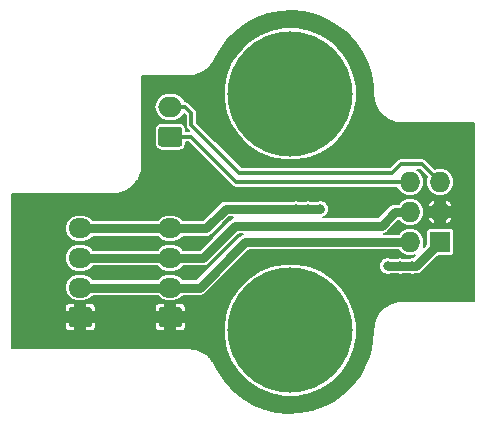
<source format=gbr>
G04 #@! TF.GenerationSoftware,KiCad,Pcbnew,(5.1.4)-1*
G04 #@! TF.CreationDate,2020-03-27T16:02:32-04:00*
G04 #@! TF.ProjectId,RGB_endstop_breakout,5247425f-656e-4647-9374-6f705f627265,rev?*
G04 #@! TF.SameCoordinates,PX8e18f40PY6422c40*
G04 #@! TF.FileFunction,Copper,L1,Top*
G04 #@! TF.FilePolarity,Positive*
%FSLAX46Y46*%
G04 Gerber Fmt 4.6, Leading zero omitted, Abs format (unit mm)*
G04 Created by KiCad (PCBNEW (5.1.4)-1) date 2020-03-27 16:02:32*
%MOMM*%
%LPD*%
G04 APERTURE LIST*
%ADD10O,2.000000X1.700000*%
%ADD11C,0.100000*%
%ADD12C,1.700000*%
%ADD13O,1.950000X1.700000*%
%ADD14O,1.727200X1.727200*%
%ADD15R,1.727200X1.727200*%
%ADD16C,10.600000*%
%ADD17C,0.800000*%
%ADD18C,0.304800*%
%ADD19C,0.762000*%
%ADD20C,0.152400*%
G04 APERTURE END LIST*
D10*
X-10160000Y8890000D03*
D11*
G36*
X-9385496Y7238796D02*
G01*
X-9361227Y7235196D01*
X-9337429Y7229235D01*
X-9314329Y7220970D01*
X-9292151Y7210480D01*
X-9271107Y7197867D01*
X-9251402Y7183253D01*
X-9233223Y7166777D01*
X-9216747Y7148598D01*
X-9202133Y7128893D01*
X-9189520Y7107849D01*
X-9179030Y7085671D01*
X-9170765Y7062571D01*
X-9164804Y7038773D01*
X-9161204Y7014504D01*
X-9160000Y6990000D01*
X-9160000Y5790000D01*
X-9161204Y5765496D01*
X-9164804Y5741227D01*
X-9170765Y5717429D01*
X-9179030Y5694329D01*
X-9189520Y5672151D01*
X-9202133Y5651107D01*
X-9216747Y5631402D01*
X-9233223Y5613223D01*
X-9251402Y5596747D01*
X-9271107Y5582133D01*
X-9292151Y5569520D01*
X-9314329Y5559030D01*
X-9337429Y5550765D01*
X-9361227Y5544804D01*
X-9385496Y5541204D01*
X-9410000Y5540000D01*
X-10910000Y5540000D01*
X-10934504Y5541204D01*
X-10958773Y5544804D01*
X-10982571Y5550765D01*
X-11005671Y5559030D01*
X-11027849Y5569520D01*
X-11048893Y5582133D01*
X-11068598Y5596747D01*
X-11086777Y5613223D01*
X-11103253Y5631402D01*
X-11117867Y5651107D01*
X-11130480Y5672151D01*
X-11140970Y5694329D01*
X-11149235Y5717429D01*
X-11155196Y5741227D01*
X-11158796Y5765496D01*
X-11160000Y5790000D01*
X-11160000Y6990000D01*
X-11158796Y7014504D01*
X-11155196Y7038773D01*
X-11149235Y7062571D01*
X-11140970Y7085671D01*
X-11130480Y7107849D01*
X-11117867Y7128893D01*
X-11103253Y7148598D01*
X-11086777Y7166777D01*
X-11068598Y7183253D01*
X-11048893Y7197867D01*
X-11027849Y7210480D01*
X-11005671Y7220970D01*
X-10982571Y7229235D01*
X-10958773Y7235196D01*
X-10934504Y7238796D01*
X-10910000Y7240000D01*
X-9410000Y7240000D01*
X-9385496Y7238796D01*
X-9385496Y7238796D01*
G37*
D12*
X-10160000Y6390000D03*
D13*
X-10160000Y-1390000D03*
X-10160000Y-3890000D03*
X-10160000Y-6390000D03*
D11*
G36*
X-9410496Y-8041204D02*
G01*
X-9386227Y-8044804D01*
X-9362429Y-8050765D01*
X-9339329Y-8059030D01*
X-9317151Y-8069520D01*
X-9296107Y-8082133D01*
X-9276402Y-8096747D01*
X-9258223Y-8113223D01*
X-9241747Y-8131402D01*
X-9227133Y-8151107D01*
X-9214520Y-8172151D01*
X-9204030Y-8194329D01*
X-9195765Y-8217429D01*
X-9189804Y-8241227D01*
X-9186204Y-8265496D01*
X-9185000Y-8290000D01*
X-9185000Y-9490000D01*
X-9186204Y-9514504D01*
X-9189804Y-9538773D01*
X-9195765Y-9562571D01*
X-9204030Y-9585671D01*
X-9214520Y-9607849D01*
X-9227133Y-9628893D01*
X-9241747Y-9648598D01*
X-9258223Y-9666777D01*
X-9276402Y-9683253D01*
X-9296107Y-9697867D01*
X-9317151Y-9710480D01*
X-9339329Y-9720970D01*
X-9362429Y-9729235D01*
X-9386227Y-9735196D01*
X-9410496Y-9738796D01*
X-9435000Y-9740000D01*
X-10885000Y-9740000D01*
X-10909504Y-9738796D01*
X-10933773Y-9735196D01*
X-10957571Y-9729235D01*
X-10980671Y-9720970D01*
X-11002849Y-9710480D01*
X-11023893Y-9697867D01*
X-11043598Y-9683253D01*
X-11061777Y-9666777D01*
X-11078253Y-9648598D01*
X-11092867Y-9628893D01*
X-11105480Y-9607849D01*
X-11115970Y-9585671D01*
X-11124235Y-9562571D01*
X-11130196Y-9538773D01*
X-11133796Y-9514504D01*
X-11135000Y-9490000D01*
X-11135000Y-8290000D01*
X-11133796Y-8265496D01*
X-11130196Y-8241227D01*
X-11124235Y-8217429D01*
X-11115970Y-8194329D01*
X-11105480Y-8172151D01*
X-11092867Y-8151107D01*
X-11078253Y-8131402D01*
X-11061777Y-8113223D01*
X-11043598Y-8096747D01*
X-11023893Y-8082133D01*
X-11002849Y-8069520D01*
X-10980671Y-8059030D01*
X-10957571Y-8050765D01*
X-10933773Y-8044804D01*
X-10909504Y-8041204D01*
X-10885000Y-8040000D01*
X-9435000Y-8040000D01*
X-9410496Y-8041204D01*
X-9410496Y-8041204D01*
G37*
D12*
X-10160000Y-8890000D03*
D13*
X-17780000Y-1390000D03*
X-17780000Y-3890000D03*
X-17780000Y-6390000D03*
D11*
G36*
X-17030496Y-8041204D02*
G01*
X-17006227Y-8044804D01*
X-16982429Y-8050765D01*
X-16959329Y-8059030D01*
X-16937151Y-8069520D01*
X-16916107Y-8082133D01*
X-16896402Y-8096747D01*
X-16878223Y-8113223D01*
X-16861747Y-8131402D01*
X-16847133Y-8151107D01*
X-16834520Y-8172151D01*
X-16824030Y-8194329D01*
X-16815765Y-8217429D01*
X-16809804Y-8241227D01*
X-16806204Y-8265496D01*
X-16805000Y-8290000D01*
X-16805000Y-9490000D01*
X-16806204Y-9514504D01*
X-16809804Y-9538773D01*
X-16815765Y-9562571D01*
X-16824030Y-9585671D01*
X-16834520Y-9607849D01*
X-16847133Y-9628893D01*
X-16861747Y-9648598D01*
X-16878223Y-9666777D01*
X-16896402Y-9683253D01*
X-16916107Y-9697867D01*
X-16937151Y-9710480D01*
X-16959329Y-9720970D01*
X-16982429Y-9729235D01*
X-17006227Y-9735196D01*
X-17030496Y-9738796D01*
X-17055000Y-9740000D01*
X-18505000Y-9740000D01*
X-18529504Y-9738796D01*
X-18553773Y-9735196D01*
X-18577571Y-9729235D01*
X-18600671Y-9720970D01*
X-18622849Y-9710480D01*
X-18643893Y-9697867D01*
X-18663598Y-9683253D01*
X-18681777Y-9666777D01*
X-18698253Y-9648598D01*
X-18712867Y-9628893D01*
X-18725480Y-9607849D01*
X-18735970Y-9585671D01*
X-18744235Y-9562571D01*
X-18750196Y-9538773D01*
X-18753796Y-9514504D01*
X-18755000Y-9490000D01*
X-18755000Y-8290000D01*
X-18753796Y-8265496D01*
X-18750196Y-8241227D01*
X-18744235Y-8217429D01*
X-18735970Y-8194329D01*
X-18725480Y-8172151D01*
X-18712867Y-8151107D01*
X-18698253Y-8131402D01*
X-18681777Y-8113223D01*
X-18663598Y-8096747D01*
X-18643893Y-8082133D01*
X-18622849Y-8069520D01*
X-18600671Y-8059030D01*
X-18577571Y-8050765D01*
X-18553773Y-8044804D01*
X-18529504Y-8041204D01*
X-18505000Y-8040000D01*
X-17055000Y-8040000D01*
X-17030496Y-8041204D01*
X-17030496Y-8041204D01*
G37*
D12*
X-17780000Y-8890000D03*
D14*
X10160000Y2540000D03*
X12700000Y2540000D03*
X10160000Y0D03*
X12700000Y0D03*
X10160000Y-2540000D03*
D15*
X12700000Y-2540000D03*
D16*
X0Y-10000000D03*
X0Y10000000D03*
D17*
X8255000Y-4572000D03*
X9271000Y-4572000D03*
X10287000Y-4572000D03*
X508000Y254000D03*
X1524000Y254000D03*
X2540000Y254000D03*
D18*
X-8422000Y6390000D02*
X-10160000Y6390000D01*
X10160000Y2540000D02*
X-4572000Y2540000D01*
X-4572000Y2540000D02*
X-8422000Y6390000D01*
X12700000Y2540000D02*
X11176000Y4064000D01*
X11176000Y4064000D02*
X9398000Y4064000D01*
X9398000Y4064000D02*
X8636000Y3302000D01*
X8636000Y3302000D02*
X-4318000Y3302000D01*
X-4318000Y3302000D02*
X-8382000Y7366000D01*
X-8382000Y7366000D02*
X-8382000Y8382000D01*
X-8382000Y8382000D02*
X-8890000Y8890000D01*
X-8890000Y8890000D02*
X-10160000Y8890000D01*
D19*
X-17780000Y-1390000D02*
X-10160000Y-1390000D01*
X10668000Y-4572000D02*
X12700000Y-2540000D01*
X8255000Y-4572000D02*
X9271000Y-4572000D01*
X9271000Y-4572000D02*
X10287000Y-4572000D01*
X10287000Y-4572000D02*
X10668000Y-4572000D01*
X-7105000Y-1390000D02*
X-10160000Y-1390000D01*
X2540000Y254000D02*
X-5461000Y254000D01*
X-5461000Y254000D02*
X-7105000Y-1390000D01*
X-10160000Y-6390000D02*
X-17780000Y-6390000D01*
X10160000Y-2540000D02*
X-3810000Y-2540000D01*
X-7660000Y-6390000D02*
X-10160000Y-6390000D01*
X-3810000Y-2540000D02*
X-7660000Y-6390000D01*
X-10160000Y-3890000D02*
X-17780000Y-3890000D01*
X-7382500Y-3890000D02*
X-10160000Y-3890000D01*
X-4635500Y-1143000D02*
X-7382500Y-3890000D01*
X7747000Y-1143000D02*
X-4635500Y-1143000D01*
X10160000Y0D02*
X8890000Y0D01*
X8890000Y0D02*
X7747000Y-1143000D01*
D20*
G36*
X1170067Y16917879D02*
G01*
X2156458Y16676511D01*
X3097664Y16295284D01*
X3973980Y15782179D01*
X4767050Y15147946D01*
X5460257Y14405872D01*
X6039080Y13571501D01*
X6491393Y12662317D01*
X6807724Y11697354D01*
X6982383Y10691421D01*
X7017443Y9987150D01*
X7017453Y9984344D01*
X7017708Y9981838D01*
X7017998Y9976005D01*
X7019581Y9963109D01*
X7019436Y9942297D01*
X7020094Y9935591D01*
X7060895Y9547399D01*
X7069683Y9504587D01*
X7077886Y9461586D01*
X7079834Y9455136D01*
X7195258Y9082261D01*
X7212206Y9041943D01*
X7228593Y9001383D01*
X7231756Y8995434D01*
X7417407Y8652078D01*
X7441874Y8615805D01*
X7465818Y8579215D01*
X7470077Y8573993D01*
X7718883Y8273238D01*
X7749935Y8242403D01*
X7780523Y8211167D01*
X7785715Y8206872D01*
X8088200Y7960171D01*
X8124610Y7935980D01*
X8160723Y7911253D01*
X8166650Y7908049D01*
X8511291Y7724799D01*
X8551729Y7708131D01*
X8591936Y7690899D01*
X8598373Y7688906D01*
X8972044Y7576089D01*
X9014956Y7567592D01*
X9057736Y7558499D01*
X9064437Y7557794D01*
X9452906Y7519704D01*
X9452910Y7519704D01*
X9476293Y7517401D01*
X15517400Y7517401D01*
X15517401Y-7517400D01*
X9476293Y-7517400D01*
X9454748Y-7519522D01*
X9442297Y-7519435D01*
X9435591Y-7520093D01*
X9047398Y-7560894D01*
X9004580Y-7569683D01*
X8961586Y-7577885D01*
X8955136Y-7579833D01*
X8582260Y-7695256D01*
X8541921Y-7712213D01*
X8501382Y-7728592D01*
X8495437Y-7731753D01*
X8495433Y-7731755D01*
X8495432Y-7731756D01*
X8152078Y-7917407D01*
X8115843Y-7941848D01*
X8079215Y-7965816D01*
X8073994Y-7970075D01*
X7773238Y-8218882D01*
X7742402Y-8249934D01*
X7711166Y-8280523D01*
X7706871Y-8285714D01*
X7460170Y-8588199D01*
X7435957Y-8624643D01*
X7411252Y-8660723D01*
X7408047Y-8666650D01*
X7224797Y-9011292D01*
X7208123Y-9051747D01*
X7190898Y-9091936D01*
X7188905Y-9098373D01*
X7076087Y-9472045D01*
X7067586Y-9514980D01*
X7058498Y-9557736D01*
X7057793Y-9564437D01*
X7019703Y-9952906D01*
X7019703Y-9956622D01*
X7018665Y-9965075D01*
X6942642Y-11012821D01*
X6723718Y-12004424D01*
X6363941Y-12954041D01*
X5870850Y-13841774D01*
X5254776Y-14649024D01*
X4528615Y-15358893D01*
X3707593Y-15956497D01*
X2808901Y-16429322D01*
X1851372Y-16767461D01*
X855048Y-16963834D01*
X-159179Y-17014326D01*
X-1170066Y-16917878D01*
X-2156457Y-16676510D01*
X-3097663Y-16295283D01*
X-3973979Y-15782179D01*
X-4767049Y-15147945D01*
X-5460256Y-14405871D01*
X-6042215Y-13566980D01*
X-6375679Y-12933185D01*
X-6378015Y-12929432D01*
X-6379261Y-12926504D01*
X-6382533Y-12920614D01*
X-6538530Y-12644333D01*
X-6561125Y-12612125D01*
X-6582661Y-12579214D01*
X-6586920Y-12573992D01*
X-6835727Y-12273237D01*
X-6866760Y-12242420D01*
X-6897367Y-12211165D01*
X-6902559Y-12206870D01*
X-7205045Y-11960169D01*
X-7241482Y-11935961D01*
X-7277568Y-11911252D01*
X-7283495Y-11908047D01*
X-7628137Y-11724798D01*
X-7668558Y-11708138D01*
X-7708779Y-11690899D01*
X-7715215Y-11688907D01*
X-8088888Y-11576088D01*
X-8131785Y-11567594D01*
X-8174581Y-11558497D01*
X-8181278Y-11557793D01*
X-8181282Y-11557793D01*
X-8569751Y-11519704D01*
X-8569753Y-11519704D01*
X-8593136Y-11517401D01*
X-23517401Y-11517401D01*
X-23517401Y-9740000D01*
X-19086798Y-9740000D01*
X-19080423Y-9804731D01*
X-19061541Y-9866974D01*
X-19030880Y-9924337D01*
X-18989617Y-9974617D01*
X-18939337Y-10015880D01*
X-18881974Y-10046541D01*
X-18819731Y-10065423D01*
X-18755000Y-10071798D01*
X-18294350Y-10070200D01*
X-18211800Y-9987650D01*
X-18211800Y-9321800D01*
X-17348200Y-9321800D01*
X-17348200Y-9987650D01*
X-17265650Y-10070200D01*
X-16805000Y-10071798D01*
X-16740269Y-10065423D01*
X-16678026Y-10046541D01*
X-16620663Y-10015880D01*
X-16570383Y-9974617D01*
X-16529120Y-9924337D01*
X-16498459Y-9866974D01*
X-16479577Y-9804731D01*
X-16473202Y-9740000D01*
X-11466798Y-9740000D01*
X-11460423Y-9804731D01*
X-11441541Y-9866974D01*
X-11410880Y-9924337D01*
X-11369617Y-9974617D01*
X-11319337Y-10015880D01*
X-11261974Y-10046541D01*
X-11199731Y-10065423D01*
X-11135000Y-10071798D01*
X-10674350Y-10070200D01*
X-10591800Y-9987650D01*
X-10591800Y-9321800D01*
X-9728200Y-9321800D01*
X-9728200Y-9987650D01*
X-9645650Y-10070200D01*
X-9185000Y-10071798D01*
X-9120269Y-10065423D01*
X-9058026Y-10046541D01*
X-9000663Y-10015880D01*
X-8950383Y-9974617D01*
X-8909120Y-9924337D01*
X-8878459Y-9866974D01*
X-8859577Y-9804731D01*
X-8853202Y-9740000D01*
X-8854604Y-9445474D01*
X-5630200Y-9445474D01*
X-5630200Y-10554526D01*
X-5413834Y-11642269D01*
X-4989418Y-12666900D01*
X-4373262Y-13589043D01*
X-3589043Y-14373262D01*
X-2666900Y-14989418D01*
X-1642269Y-15413834D01*
X-554526Y-15630200D01*
X554526Y-15630200D01*
X1642269Y-15413834D01*
X2666900Y-14989418D01*
X3589043Y-14373262D01*
X4373262Y-13589043D01*
X4989418Y-12666900D01*
X5413834Y-11642269D01*
X5630200Y-10554526D01*
X5630200Y-9445474D01*
X5413834Y-8357731D01*
X4989418Y-7333100D01*
X4373262Y-6410957D01*
X3589043Y-5626738D01*
X2666900Y-5010582D01*
X1642269Y-4586166D01*
X554526Y-4369800D01*
X-554526Y-4369800D01*
X-1642269Y-4586166D01*
X-2666900Y-5010582D01*
X-3589043Y-5626738D01*
X-4373262Y-6410957D01*
X-4989418Y-7333100D01*
X-5413834Y-8357731D01*
X-5630200Y-9445474D01*
X-8854604Y-9445474D01*
X-8854800Y-9404350D01*
X-8937350Y-9321800D01*
X-9728200Y-9321800D01*
X-10591800Y-9321800D01*
X-11382650Y-9321800D01*
X-11465200Y-9404350D01*
X-11466798Y-9740000D01*
X-16473202Y-9740000D01*
X-16474800Y-9404350D01*
X-16557350Y-9321800D01*
X-17348200Y-9321800D01*
X-18211800Y-9321800D01*
X-19002650Y-9321800D01*
X-19085200Y-9404350D01*
X-19086798Y-9740000D01*
X-23517401Y-9740000D01*
X-23517401Y-8040000D01*
X-19086798Y-8040000D01*
X-19085200Y-8375650D01*
X-19002650Y-8458200D01*
X-18211800Y-8458200D01*
X-18211800Y-7792350D01*
X-17348200Y-7792350D01*
X-17348200Y-8458200D01*
X-16557350Y-8458200D01*
X-16474800Y-8375650D01*
X-16473202Y-8040000D01*
X-11466798Y-8040000D01*
X-11465200Y-8375650D01*
X-11382650Y-8458200D01*
X-10591800Y-8458200D01*
X-10591800Y-7792350D01*
X-9728200Y-7792350D01*
X-9728200Y-8458200D01*
X-8937350Y-8458200D01*
X-8854800Y-8375650D01*
X-8853202Y-8040000D01*
X-8859577Y-7975269D01*
X-8878459Y-7913026D01*
X-8909120Y-7855663D01*
X-8950383Y-7805383D01*
X-9000663Y-7764120D01*
X-9058026Y-7733459D01*
X-9120269Y-7714577D01*
X-9185000Y-7708202D01*
X-9645650Y-7709800D01*
X-9728200Y-7792350D01*
X-10591800Y-7792350D01*
X-10674350Y-7709800D01*
X-11135000Y-7708202D01*
X-11199731Y-7714577D01*
X-11261974Y-7733459D01*
X-11319337Y-7764120D01*
X-11369617Y-7805383D01*
X-11410880Y-7855663D01*
X-11441541Y-7913026D01*
X-11460423Y-7975269D01*
X-11466798Y-8040000D01*
X-16473202Y-8040000D01*
X-16479577Y-7975269D01*
X-16498459Y-7913026D01*
X-16529120Y-7855663D01*
X-16570383Y-7805383D01*
X-16620663Y-7764120D01*
X-16678026Y-7733459D01*
X-16740269Y-7714577D01*
X-16805000Y-7708202D01*
X-17265650Y-7709800D01*
X-17348200Y-7792350D01*
X-18211800Y-7792350D01*
X-18294350Y-7709800D01*
X-18755000Y-7708202D01*
X-18819731Y-7714577D01*
X-18881974Y-7733459D01*
X-18939337Y-7764120D01*
X-18989617Y-7805383D01*
X-19030880Y-7855663D01*
X-19061541Y-7913026D01*
X-19080423Y-7975269D01*
X-19086798Y-8040000D01*
X-23517401Y-8040000D01*
X-23517401Y-1390000D01*
X-19090910Y-1390000D01*
X-19068123Y-1621360D01*
X-19000638Y-1843828D01*
X-18891048Y-2048856D01*
X-18743565Y-2228565D01*
X-18563856Y-2376048D01*
X-18358828Y-2485638D01*
X-18136360Y-2553123D01*
X-17962975Y-2570200D01*
X-17597025Y-2570200D01*
X-17423640Y-2553123D01*
X-17201172Y-2485638D01*
X-16996144Y-2376048D01*
X-16816435Y-2228565D01*
X-16711910Y-2101200D01*
X-11228090Y-2101200D01*
X-11123565Y-2228565D01*
X-10943856Y-2376048D01*
X-10738828Y-2485638D01*
X-10516360Y-2553123D01*
X-10342975Y-2570200D01*
X-9977025Y-2570200D01*
X-9803640Y-2553123D01*
X-9581172Y-2485638D01*
X-9376144Y-2376048D01*
X-9196435Y-2228565D01*
X-9091910Y-2101200D01*
X-7139926Y-2101200D01*
X-7105000Y-2104640D01*
X-7070074Y-2101200D01*
X-7070064Y-2101200D01*
X-6965580Y-2090909D01*
X-6831519Y-2050242D01*
X-6707967Y-1984202D01*
X-6599673Y-1895327D01*
X-6577398Y-1868185D01*
X-5166412Y-457200D01*
X-4824728Y-457200D01*
X-4908982Y-482758D01*
X-5032533Y-548798D01*
X-5113691Y-615402D01*
X-5113696Y-615407D01*
X-5140827Y-637673D01*
X-5163093Y-664804D01*
X-7677087Y-3178800D01*
X-9091910Y-3178800D01*
X-9196435Y-3051435D01*
X-9376144Y-2903952D01*
X-9581172Y-2794362D01*
X-9803640Y-2726877D01*
X-9977025Y-2709800D01*
X-10342975Y-2709800D01*
X-10516360Y-2726877D01*
X-10738828Y-2794362D01*
X-10943856Y-2903952D01*
X-11123565Y-3051435D01*
X-11228090Y-3178800D01*
X-16711910Y-3178800D01*
X-16816435Y-3051435D01*
X-16996144Y-2903952D01*
X-17201172Y-2794362D01*
X-17423640Y-2726877D01*
X-17597025Y-2709800D01*
X-17962975Y-2709800D01*
X-18136360Y-2726877D01*
X-18358828Y-2794362D01*
X-18563856Y-2903952D01*
X-18743565Y-3051435D01*
X-18891048Y-3231144D01*
X-19000638Y-3436172D01*
X-19068123Y-3658640D01*
X-19090910Y-3890000D01*
X-19068123Y-4121360D01*
X-19000638Y-4343828D01*
X-18891048Y-4548856D01*
X-18743565Y-4728565D01*
X-18563856Y-4876048D01*
X-18358828Y-4985638D01*
X-18136360Y-5053123D01*
X-17962975Y-5070200D01*
X-17597025Y-5070200D01*
X-17423640Y-5053123D01*
X-17201172Y-4985638D01*
X-16996144Y-4876048D01*
X-16816435Y-4728565D01*
X-16711910Y-4601200D01*
X-11228090Y-4601200D01*
X-11123565Y-4728565D01*
X-10943856Y-4876048D01*
X-10738828Y-4985638D01*
X-10516360Y-5053123D01*
X-10342975Y-5070200D01*
X-9977025Y-5070200D01*
X-9803640Y-5053123D01*
X-9581172Y-4985638D01*
X-9376144Y-4876048D01*
X-9196435Y-4728565D01*
X-9091910Y-4601200D01*
X-7417426Y-4601200D01*
X-7382500Y-4604640D01*
X-7347574Y-4601200D01*
X-7347564Y-4601200D01*
X-7243080Y-4590909D01*
X-7109019Y-4550242D01*
X-6985467Y-4484202D01*
X-6877173Y-4395327D01*
X-6854898Y-4368185D01*
X-4340911Y-1854200D01*
X-3999228Y-1854200D01*
X-4083481Y-1879758D01*
X-4207033Y-1945798D01*
X-4288192Y-2012403D01*
X-4288196Y-2012407D01*
X-4315327Y-2034673D01*
X-4337593Y-2061804D01*
X-7954587Y-5678800D01*
X-9091910Y-5678800D01*
X-9196435Y-5551435D01*
X-9376144Y-5403952D01*
X-9581172Y-5294362D01*
X-9803640Y-5226877D01*
X-9977025Y-5209800D01*
X-10342975Y-5209800D01*
X-10516360Y-5226877D01*
X-10738828Y-5294362D01*
X-10943856Y-5403952D01*
X-11123565Y-5551435D01*
X-11228090Y-5678800D01*
X-16711910Y-5678800D01*
X-16816435Y-5551435D01*
X-16996144Y-5403952D01*
X-17201172Y-5294362D01*
X-17423640Y-5226877D01*
X-17597025Y-5209800D01*
X-17962975Y-5209800D01*
X-18136360Y-5226877D01*
X-18358828Y-5294362D01*
X-18563856Y-5403952D01*
X-18743565Y-5551435D01*
X-18891048Y-5731144D01*
X-19000638Y-5936172D01*
X-19068123Y-6158640D01*
X-19090910Y-6390000D01*
X-19068123Y-6621360D01*
X-19000638Y-6843828D01*
X-18891048Y-7048856D01*
X-18743565Y-7228565D01*
X-18563856Y-7376048D01*
X-18358828Y-7485638D01*
X-18136360Y-7553123D01*
X-17962975Y-7570200D01*
X-17597025Y-7570200D01*
X-17423640Y-7553123D01*
X-17201172Y-7485638D01*
X-16996144Y-7376048D01*
X-16816435Y-7228565D01*
X-16711910Y-7101200D01*
X-11228090Y-7101200D01*
X-11123565Y-7228565D01*
X-10943856Y-7376048D01*
X-10738828Y-7485638D01*
X-10516360Y-7553123D01*
X-10342975Y-7570200D01*
X-9977025Y-7570200D01*
X-9803640Y-7553123D01*
X-9581172Y-7485638D01*
X-9376144Y-7376048D01*
X-9196435Y-7228565D01*
X-9091910Y-7101200D01*
X-7694926Y-7101200D01*
X-7660000Y-7104640D01*
X-7625074Y-7101200D01*
X-7625064Y-7101200D01*
X-7520580Y-7090909D01*
X-7386519Y-7050242D01*
X-7262967Y-6984202D01*
X-7154673Y-6895327D01*
X-7132398Y-6868185D01*
X-3515411Y-3251200D01*
X9199315Y-3251200D01*
X9311772Y-3388228D01*
X9493551Y-3537411D01*
X9700942Y-3648264D01*
X9925974Y-3716526D01*
X10101356Y-3733800D01*
X10218644Y-3733800D01*
X10394026Y-3716526D01*
X10571532Y-3662681D01*
X10386856Y-3847357D01*
X10358918Y-3841800D01*
X10215082Y-3841800D01*
X10119562Y-3860800D01*
X9438438Y-3860800D01*
X9342918Y-3841800D01*
X9199082Y-3841800D01*
X9103562Y-3860800D01*
X8422438Y-3860800D01*
X8326918Y-3841800D01*
X8183082Y-3841800D01*
X8042009Y-3869861D01*
X7909121Y-3924905D01*
X7789525Y-4004817D01*
X7687817Y-4106525D01*
X7607905Y-4226121D01*
X7552861Y-4359009D01*
X7524800Y-4500082D01*
X7524800Y-4643918D01*
X7552861Y-4784991D01*
X7607905Y-4917879D01*
X7687817Y-5037475D01*
X7789525Y-5139183D01*
X7909121Y-5219095D01*
X8042009Y-5274139D01*
X8183082Y-5302200D01*
X8326918Y-5302200D01*
X8422438Y-5283200D01*
X9103562Y-5283200D01*
X9199082Y-5302200D01*
X9342918Y-5302200D01*
X9438438Y-5283200D01*
X10119562Y-5283200D01*
X10215082Y-5302200D01*
X10358918Y-5302200D01*
X10454438Y-5283200D01*
X10633074Y-5283200D01*
X10668000Y-5286640D01*
X10702926Y-5283200D01*
X10702936Y-5283200D01*
X10807420Y-5272909D01*
X10941481Y-5232242D01*
X11065033Y-5166202D01*
X11173327Y-5077327D01*
X11195602Y-5050185D01*
X12510391Y-3735397D01*
X13563600Y-3735397D01*
X13628330Y-3729022D01*
X13690573Y-3710140D01*
X13747937Y-3679479D01*
X13798216Y-3638216D01*
X13839479Y-3587937D01*
X13870140Y-3530573D01*
X13889022Y-3468330D01*
X13895397Y-3403600D01*
X13895397Y-1676400D01*
X13889022Y-1611670D01*
X13870140Y-1549427D01*
X13839479Y-1492063D01*
X13798216Y-1441784D01*
X13747937Y-1400521D01*
X13690573Y-1369860D01*
X13628330Y-1350978D01*
X13563600Y-1344603D01*
X11836400Y-1344603D01*
X11771670Y-1350978D01*
X11709427Y-1369860D01*
X11652063Y-1400521D01*
X11601784Y-1441784D01*
X11560521Y-1492063D01*
X11529860Y-1549427D01*
X11510978Y-1611670D01*
X11504603Y-1676400D01*
X11504603Y-2729609D01*
X11282681Y-2951532D01*
X11336526Y-2774026D01*
X11359576Y-2540000D01*
X11336526Y-2305974D01*
X11268264Y-2080942D01*
X11157411Y-1873551D01*
X11008228Y-1691772D01*
X10826449Y-1542589D01*
X10619058Y-1431736D01*
X10394026Y-1363474D01*
X10218644Y-1346200D01*
X10101356Y-1346200D01*
X9925974Y-1363474D01*
X9700942Y-1431736D01*
X9493551Y-1542589D01*
X9311772Y-1691772D01*
X9199315Y-1828800D01*
X7936228Y-1828800D01*
X8020481Y-1803242D01*
X8144033Y-1737202D01*
X8252327Y-1648327D01*
X8274602Y-1621185D01*
X9184588Y-711200D01*
X9199315Y-711200D01*
X9311772Y-848228D01*
X9493551Y-997411D01*
X9700942Y-1108264D01*
X9925974Y-1176526D01*
X10101356Y-1193800D01*
X10218644Y-1193800D01*
X10394026Y-1176526D01*
X10619058Y-1108264D01*
X10826449Y-997411D01*
X11008228Y-848228D01*
X11157411Y-666449D01*
X11192612Y-600591D01*
X11668279Y-600591D01*
X11750292Y-723369D01*
X11909663Y-894748D01*
X12099406Y-1031743D01*
X12268200Y-1030444D01*
X12268200Y-431800D01*
X13131800Y-431800D01*
X13131800Y-1030444D01*
X13300594Y-1031743D01*
X13490337Y-894748D01*
X13649708Y-723369D01*
X13731721Y-600591D01*
X13723926Y-431800D01*
X13131800Y-431800D01*
X12268200Y-431800D01*
X11676074Y-431800D01*
X11668279Y-600591D01*
X11192612Y-600591D01*
X11268264Y-459058D01*
X11336526Y-234026D01*
X11359576Y0D01*
X11336526Y234026D01*
X11268264Y459058D01*
X11192613Y600591D01*
X11668279Y600591D01*
X11676074Y431800D01*
X12268200Y431800D01*
X12268200Y1030444D01*
X13131800Y1030444D01*
X13131800Y431800D01*
X13723926Y431800D01*
X13731721Y600591D01*
X13649708Y723369D01*
X13490337Y894748D01*
X13300594Y1031743D01*
X13131800Y1030444D01*
X12268200Y1030444D01*
X12099406Y1031743D01*
X11909663Y894748D01*
X11750292Y723369D01*
X11668279Y600591D01*
X11192613Y600591D01*
X11157411Y666449D01*
X11008228Y848228D01*
X10826449Y997411D01*
X10619058Y1108264D01*
X10394026Y1176526D01*
X10218644Y1193800D01*
X10101356Y1193800D01*
X9925974Y1176526D01*
X9700942Y1108264D01*
X9493551Y997411D01*
X9311772Y848228D01*
X9199315Y711200D01*
X8924925Y711200D01*
X8889999Y714640D01*
X8855073Y711200D01*
X8855064Y711200D01*
X8750580Y700909D01*
X8616519Y660242D01*
X8492967Y594202D01*
X8384673Y505327D01*
X8362403Y478191D01*
X7452413Y-431800D01*
X2792437Y-431800D01*
X2885879Y-393095D01*
X3005475Y-313183D01*
X3107183Y-211475D01*
X3187095Y-91879D01*
X3242139Y41009D01*
X3270200Y182082D01*
X3270200Y325918D01*
X3242139Y466991D01*
X3187095Y599879D01*
X3107183Y719475D01*
X3005475Y821183D01*
X2885879Y901095D01*
X2752991Y956139D01*
X2611918Y984200D01*
X2468082Y984200D01*
X2372562Y965200D01*
X1691438Y965200D01*
X1595918Y984200D01*
X1452082Y984200D01*
X1356562Y965200D01*
X675438Y965200D01*
X579918Y984200D01*
X436082Y984200D01*
X340562Y965200D01*
X-5426075Y965200D01*
X-5461001Y968640D01*
X-5495927Y965200D01*
X-5495936Y965200D01*
X-5600420Y954909D01*
X-5734481Y914242D01*
X-5858033Y848202D01*
X-5966327Y759327D01*
X-5988597Y732191D01*
X-7399587Y-678800D01*
X-9091910Y-678800D01*
X-9196435Y-551435D01*
X-9376144Y-403952D01*
X-9581172Y-294362D01*
X-9803640Y-226877D01*
X-9977025Y-209800D01*
X-10342975Y-209800D01*
X-10516360Y-226877D01*
X-10738828Y-294362D01*
X-10943856Y-403952D01*
X-11123565Y-551435D01*
X-11228090Y-678800D01*
X-16711910Y-678800D01*
X-16816435Y-551435D01*
X-16996144Y-403952D01*
X-17201172Y-294362D01*
X-17423640Y-226877D01*
X-17597025Y-209800D01*
X-17962975Y-209800D01*
X-18136360Y-226877D01*
X-18358828Y-294362D01*
X-18563856Y-403952D01*
X-18743565Y-551435D01*
X-18891048Y-731144D01*
X-19000638Y-936172D01*
X-19068123Y-1158640D01*
X-19090910Y-1390000D01*
X-23517401Y-1390000D01*
X-23517401Y1517400D01*
X-14976293Y1517400D01*
X-14954748Y1519522D01*
X-14942297Y1519435D01*
X-14935591Y1520093D01*
X-14547399Y1560894D01*
X-14504587Y1569682D01*
X-14461586Y1577885D01*
X-14455136Y1579833D01*
X-14082261Y1695257D01*
X-14041943Y1712205D01*
X-14001383Y1728592D01*
X-13995434Y1731755D01*
X-13652078Y1917406D01*
X-13615805Y1941873D01*
X-13579215Y1965817D01*
X-13573993Y1970076D01*
X-13273238Y2218882D01*
X-13242403Y2249934D01*
X-13211167Y2280522D01*
X-13206872Y2285714D01*
X-12960171Y2588199D01*
X-12935980Y2624609D01*
X-12911253Y2660722D01*
X-12908049Y2666649D01*
X-12724799Y3011290D01*
X-12708131Y3051728D01*
X-12690899Y3091935D01*
X-12688906Y3098372D01*
X-12576089Y3472043D01*
X-12567592Y3514955D01*
X-12558499Y3557735D01*
X-12557794Y3564436D01*
X-12519704Y3952905D01*
X-12519704Y3952909D01*
X-12517401Y3976292D01*
X-12517401Y8890000D01*
X-11495910Y8890000D01*
X-11473123Y8658640D01*
X-11405638Y8436172D01*
X-11296048Y8231144D01*
X-11148565Y8051435D01*
X-10968856Y7903952D01*
X-10763828Y7794362D01*
X-10541360Y7726877D01*
X-10367975Y7709800D01*
X-9952025Y7709800D01*
X-9778640Y7726877D01*
X-9556172Y7794362D01*
X-9351144Y7903952D01*
X-9171435Y8051435D01*
X-9023952Y8231144D01*
X-8985528Y8303029D01*
X-8864599Y8182100D01*
X-8864600Y7389705D01*
X-8866935Y7366000D01*
X-8864600Y7342295D01*
X-8864600Y7342294D01*
X-8857617Y7271395D01*
X-8830022Y7180424D01*
X-8785209Y7096585D01*
X-8724901Y7023099D01*
X-8706482Y7007983D01*
X-8571099Y6872600D01*
X-8828203Y6872600D01*
X-8828203Y6990000D01*
X-8839382Y7103503D01*
X-8872490Y7212644D01*
X-8926253Y7313229D01*
X-8998607Y7401393D01*
X-9086771Y7473747D01*
X-9187356Y7527510D01*
X-9296497Y7560618D01*
X-9410000Y7571797D01*
X-10910000Y7571797D01*
X-11023503Y7560618D01*
X-11132644Y7527510D01*
X-11233229Y7473747D01*
X-11321393Y7401393D01*
X-11393747Y7313229D01*
X-11447510Y7212644D01*
X-11480618Y7103503D01*
X-11491797Y6990000D01*
X-11491797Y5790000D01*
X-11480618Y5676497D01*
X-11447510Y5567356D01*
X-11393747Y5466771D01*
X-11321393Y5378607D01*
X-11233229Y5306253D01*
X-11132644Y5252490D01*
X-11023503Y5219382D01*
X-10910000Y5208203D01*
X-9410000Y5208203D01*
X-9296497Y5219382D01*
X-9187356Y5252490D01*
X-9086771Y5306253D01*
X-8998607Y5378607D01*
X-8926253Y5466771D01*
X-8872490Y5567356D01*
X-8839382Y5676497D01*
X-8828203Y5790000D01*
X-8828203Y5907400D01*
X-8621899Y5907400D01*
X-4930017Y2215518D01*
X-4914901Y2197099D01*
X-4841415Y2136791D01*
X-4757577Y2091978D01*
X-4666606Y2064383D01*
X-4595707Y2057400D01*
X-4595706Y2057400D01*
X-4572001Y2055065D01*
X-4548296Y2057400D01*
X9064319Y2057400D01*
X9162589Y1873551D01*
X9311772Y1691772D01*
X9493551Y1542589D01*
X9700942Y1431736D01*
X9925974Y1363474D01*
X10101356Y1346200D01*
X10218644Y1346200D01*
X10394026Y1363474D01*
X10619058Y1431736D01*
X10826449Y1542589D01*
X11008228Y1691772D01*
X11157411Y1873551D01*
X11268264Y2080942D01*
X11336526Y2305974D01*
X11359576Y2540000D01*
X11336526Y2774026D01*
X11268264Y2999058D01*
X11157411Y3206449D01*
X11008228Y3388228D01*
X10826449Y3537411D01*
X10744152Y3581400D01*
X10976101Y3581400D01*
X11583987Y2973514D01*
X11523474Y2774026D01*
X11500424Y2540000D01*
X11523474Y2305974D01*
X11591736Y2080942D01*
X11702589Y1873551D01*
X11851772Y1691772D01*
X12033551Y1542589D01*
X12240942Y1431736D01*
X12465974Y1363474D01*
X12641356Y1346200D01*
X12758644Y1346200D01*
X12934026Y1363474D01*
X13159058Y1431736D01*
X13366449Y1542589D01*
X13548228Y1691772D01*
X13697411Y1873551D01*
X13808264Y2080942D01*
X13876526Y2305974D01*
X13899576Y2540000D01*
X13876526Y2774026D01*
X13808264Y2999058D01*
X13697411Y3206449D01*
X13548228Y3388228D01*
X13366449Y3537411D01*
X13159058Y3648264D01*
X12934026Y3716526D01*
X12758644Y3733800D01*
X12641356Y3733800D01*
X12465974Y3716526D01*
X12266486Y3656013D01*
X11534017Y4388482D01*
X11518901Y4406901D01*
X11445415Y4467209D01*
X11361577Y4512022D01*
X11270606Y4539617D01*
X11199707Y4546600D01*
X11199705Y4546600D01*
X11176000Y4548935D01*
X11152295Y4546600D01*
X9421707Y4546600D01*
X9398000Y4548935D01*
X9303393Y4539617D01*
X9212423Y4512022D01*
X9128585Y4467209D01*
X9055099Y4406901D01*
X9039987Y4388487D01*
X8436101Y3784600D01*
X-4118100Y3784600D01*
X-7899400Y7565899D01*
X-7899400Y8358304D01*
X-7897066Y8382001D01*
X-7899400Y8405698D01*
X-7899400Y8405707D01*
X-7906383Y8476606D01*
X-7933978Y8567577D01*
X-7978791Y8651415D01*
X-8039099Y8724901D01*
X-8057518Y8740017D01*
X-8531983Y9214482D01*
X-8547099Y9232901D01*
X-8620585Y9293209D01*
X-8704423Y9338022D01*
X-8795394Y9365617D01*
X-8866293Y9372600D01*
X-8866295Y9372600D01*
X-8890000Y9374935D01*
X-8913705Y9372600D01*
X-8929741Y9372600D01*
X-9023952Y9548856D01*
X-9171435Y9728565D01*
X-9351144Y9876048D01*
X-9556172Y9985638D01*
X-9778640Y10053123D01*
X-9952025Y10070200D01*
X-10367975Y10070200D01*
X-10541360Y10053123D01*
X-10763828Y9985638D01*
X-10968856Y9876048D01*
X-11148565Y9728565D01*
X-11296048Y9548856D01*
X-11405638Y9343828D01*
X-11473123Y9121360D01*
X-11495910Y8890000D01*
X-12517401Y8890000D01*
X-12517401Y10554526D01*
X-5630200Y10554526D01*
X-5630200Y9445474D01*
X-5413834Y8357731D01*
X-4989418Y7333100D01*
X-4373262Y6410957D01*
X-3589043Y5626738D01*
X-2666900Y5010582D01*
X-1642269Y4586166D01*
X-554526Y4369800D01*
X554526Y4369800D01*
X1642269Y4586166D01*
X2666900Y5010582D01*
X3589043Y5626738D01*
X4373262Y6410957D01*
X4989418Y7333100D01*
X5413834Y8357731D01*
X5630200Y9445474D01*
X5630200Y10554526D01*
X5413834Y11642269D01*
X4989418Y12666900D01*
X4373262Y13589043D01*
X3589043Y14373262D01*
X2666900Y14989418D01*
X1642269Y15413834D01*
X554526Y15630200D01*
X-554526Y15630200D01*
X-1642269Y15413834D01*
X-2666900Y14989418D01*
X-3589043Y14373262D01*
X-4373262Y13589043D01*
X-4989418Y12666900D01*
X-5413834Y11642269D01*
X-5630200Y10554526D01*
X-12517401Y10554526D01*
X-12517401Y11517401D01*
X-8593136Y11517401D01*
X-8574084Y11519278D01*
X-8262284Y11544088D01*
X-8223583Y11551016D01*
X-8184637Y11556697D01*
X-8178108Y11558361D01*
X-7800551Y11657405D01*
X-7759529Y11672579D01*
X-7718297Y11687179D01*
X-7712215Y11690079D01*
X-7361086Y11860571D01*
X-7323791Y11883424D01*
X-7286181Y11905754D01*
X-7280783Y11909778D01*
X-7280777Y11909781D01*
X-7280772Y11909785D01*
X-6969451Y12145226D01*
X-6937300Y12174893D01*
X-6904748Y12204099D01*
X-6900230Y12209099D01*
X-6640564Y12500531D01*
X-6614802Y12535858D01*
X-6588528Y12570850D01*
X-6585068Y12576632D01*
X-6386954Y12912949D01*
X-6385443Y12916204D01*
X-6380944Y12923432D01*
X-5870848Y13841779D01*
X-5254774Y14649029D01*
X-4528616Y15358895D01*
X-3707593Y15956498D01*
X-2808901Y16429323D01*
X-1851372Y16767462D01*
X-855048Y16963835D01*
X159179Y17014327D01*
X1170067Y16917879D01*
X1170067Y16917879D01*
G37*
X1170067Y16917879D02*
X2156458Y16676511D01*
X3097664Y16295284D01*
X3973980Y15782179D01*
X4767050Y15147946D01*
X5460257Y14405872D01*
X6039080Y13571501D01*
X6491393Y12662317D01*
X6807724Y11697354D01*
X6982383Y10691421D01*
X7017443Y9987150D01*
X7017453Y9984344D01*
X7017708Y9981838D01*
X7017998Y9976005D01*
X7019581Y9963109D01*
X7019436Y9942297D01*
X7020094Y9935591D01*
X7060895Y9547399D01*
X7069683Y9504587D01*
X7077886Y9461586D01*
X7079834Y9455136D01*
X7195258Y9082261D01*
X7212206Y9041943D01*
X7228593Y9001383D01*
X7231756Y8995434D01*
X7417407Y8652078D01*
X7441874Y8615805D01*
X7465818Y8579215D01*
X7470077Y8573993D01*
X7718883Y8273238D01*
X7749935Y8242403D01*
X7780523Y8211167D01*
X7785715Y8206872D01*
X8088200Y7960171D01*
X8124610Y7935980D01*
X8160723Y7911253D01*
X8166650Y7908049D01*
X8511291Y7724799D01*
X8551729Y7708131D01*
X8591936Y7690899D01*
X8598373Y7688906D01*
X8972044Y7576089D01*
X9014956Y7567592D01*
X9057736Y7558499D01*
X9064437Y7557794D01*
X9452906Y7519704D01*
X9452910Y7519704D01*
X9476293Y7517401D01*
X15517400Y7517401D01*
X15517401Y-7517400D01*
X9476293Y-7517400D01*
X9454748Y-7519522D01*
X9442297Y-7519435D01*
X9435591Y-7520093D01*
X9047398Y-7560894D01*
X9004580Y-7569683D01*
X8961586Y-7577885D01*
X8955136Y-7579833D01*
X8582260Y-7695256D01*
X8541921Y-7712213D01*
X8501382Y-7728592D01*
X8495437Y-7731753D01*
X8495433Y-7731755D01*
X8495432Y-7731756D01*
X8152078Y-7917407D01*
X8115843Y-7941848D01*
X8079215Y-7965816D01*
X8073994Y-7970075D01*
X7773238Y-8218882D01*
X7742402Y-8249934D01*
X7711166Y-8280523D01*
X7706871Y-8285714D01*
X7460170Y-8588199D01*
X7435957Y-8624643D01*
X7411252Y-8660723D01*
X7408047Y-8666650D01*
X7224797Y-9011292D01*
X7208123Y-9051747D01*
X7190898Y-9091936D01*
X7188905Y-9098373D01*
X7076087Y-9472045D01*
X7067586Y-9514980D01*
X7058498Y-9557736D01*
X7057793Y-9564437D01*
X7019703Y-9952906D01*
X7019703Y-9956622D01*
X7018665Y-9965075D01*
X6942642Y-11012821D01*
X6723718Y-12004424D01*
X6363941Y-12954041D01*
X5870850Y-13841774D01*
X5254776Y-14649024D01*
X4528615Y-15358893D01*
X3707593Y-15956497D01*
X2808901Y-16429322D01*
X1851372Y-16767461D01*
X855048Y-16963834D01*
X-159179Y-17014326D01*
X-1170066Y-16917878D01*
X-2156457Y-16676510D01*
X-3097663Y-16295283D01*
X-3973979Y-15782179D01*
X-4767049Y-15147945D01*
X-5460256Y-14405871D01*
X-6042215Y-13566980D01*
X-6375679Y-12933185D01*
X-6378015Y-12929432D01*
X-6379261Y-12926504D01*
X-6382533Y-12920614D01*
X-6538530Y-12644333D01*
X-6561125Y-12612125D01*
X-6582661Y-12579214D01*
X-6586920Y-12573992D01*
X-6835727Y-12273237D01*
X-6866760Y-12242420D01*
X-6897367Y-12211165D01*
X-6902559Y-12206870D01*
X-7205045Y-11960169D01*
X-7241482Y-11935961D01*
X-7277568Y-11911252D01*
X-7283495Y-11908047D01*
X-7628137Y-11724798D01*
X-7668558Y-11708138D01*
X-7708779Y-11690899D01*
X-7715215Y-11688907D01*
X-8088888Y-11576088D01*
X-8131785Y-11567594D01*
X-8174581Y-11558497D01*
X-8181278Y-11557793D01*
X-8181282Y-11557793D01*
X-8569751Y-11519704D01*
X-8569753Y-11519704D01*
X-8593136Y-11517401D01*
X-23517401Y-11517401D01*
X-23517401Y-9740000D01*
X-19086798Y-9740000D01*
X-19080423Y-9804731D01*
X-19061541Y-9866974D01*
X-19030880Y-9924337D01*
X-18989617Y-9974617D01*
X-18939337Y-10015880D01*
X-18881974Y-10046541D01*
X-18819731Y-10065423D01*
X-18755000Y-10071798D01*
X-18294350Y-10070200D01*
X-18211800Y-9987650D01*
X-18211800Y-9321800D01*
X-17348200Y-9321800D01*
X-17348200Y-9987650D01*
X-17265650Y-10070200D01*
X-16805000Y-10071798D01*
X-16740269Y-10065423D01*
X-16678026Y-10046541D01*
X-16620663Y-10015880D01*
X-16570383Y-9974617D01*
X-16529120Y-9924337D01*
X-16498459Y-9866974D01*
X-16479577Y-9804731D01*
X-16473202Y-9740000D01*
X-11466798Y-9740000D01*
X-11460423Y-9804731D01*
X-11441541Y-9866974D01*
X-11410880Y-9924337D01*
X-11369617Y-9974617D01*
X-11319337Y-10015880D01*
X-11261974Y-10046541D01*
X-11199731Y-10065423D01*
X-11135000Y-10071798D01*
X-10674350Y-10070200D01*
X-10591800Y-9987650D01*
X-10591800Y-9321800D01*
X-9728200Y-9321800D01*
X-9728200Y-9987650D01*
X-9645650Y-10070200D01*
X-9185000Y-10071798D01*
X-9120269Y-10065423D01*
X-9058026Y-10046541D01*
X-9000663Y-10015880D01*
X-8950383Y-9974617D01*
X-8909120Y-9924337D01*
X-8878459Y-9866974D01*
X-8859577Y-9804731D01*
X-8853202Y-9740000D01*
X-8854604Y-9445474D01*
X-5630200Y-9445474D01*
X-5630200Y-10554526D01*
X-5413834Y-11642269D01*
X-4989418Y-12666900D01*
X-4373262Y-13589043D01*
X-3589043Y-14373262D01*
X-2666900Y-14989418D01*
X-1642269Y-15413834D01*
X-554526Y-15630200D01*
X554526Y-15630200D01*
X1642269Y-15413834D01*
X2666900Y-14989418D01*
X3589043Y-14373262D01*
X4373262Y-13589043D01*
X4989418Y-12666900D01*
X5413834Y-11642269D01*
X5630200Y-10554526D01*
X5630200Y-9445474D01*
X5413834Y-8357731D01*
X4989418Y-7333100D01*
X4373262Y-6410957D01*
X3589043Y-5626738D01*
X2666900Y-5010582D01*
X1642269Y-4586166D01*
X554526Y-4369800D01*
X-554526Y-4369800D01*
X-1642269Y-4586166D01*
X-2666900Y-5010582D01*
X-3589043Y-5626738D01*
X-4373262Y-6410957D01*
X-4989418Y-7333100D01*
X-5413834Y-8357731D01*
X-5630200Y-9445474D01*
X-8854604Y-9445474D01*
X-8854800Y-9404350D01*
X-8937350Y-9321800D01*
X-9728200Y-9321800D01*
X-10591800Y-9321800D01*
X-11382650Y-9321800D01*
X-11465200Y-9404350D01*
X-11466798Y-9740000D01*
X-16473202Y-9740000D01*
X-16474800Y-9404350D01*
X-16557350Y-9321800D01*
X-17348200Y-9321800D01*
X-18211800Y-9321800D01*
X-19002650Y-9321800D01*
X-19085200Y-9404350D01*
X-19086798Y-9740000D01*
X-23517401Y-9740000D01*
X-23517401Y-8040000D01*
X-19086798Y-8040000D01*
X-19085200Y-8375650D01*
X-19002650Y-8458200D01*
X-18211800Y-8458200D01*
X-18211800Y-7792350D01*
X-17348200Y-7792350D01*
X-17348200Y-8458200D01*
X-16557350Y-8458200D01*
X-16474800Y-8375650D01*
X-16473202Y-8040000D01*
X-11466798Y-8040000D01*
X-11465200Y-8375650D01*
X-11382650Y-8458200D01*
X-10591800Y-8458200D01*
X-10591800Y-7792350D01*
X-9728200Y-7792350D01*
X-9728200Y-8458200D01*
X-8937350Y-8458200D01*
X-8854800Y-8375650D01*
X-8853202Y-8040000D01*
X-8859577Y-7975269D01*
X-8878459Y-7913026D01*
X-8909120Y-7855663D01*
X-8950383Y-7805383D01*
X-9000663Y-7764120D01*
X-9058026Y-7733459D01*
X-9120269Y-7714577D01*
X-9185000Y-7708202D01*
X-9645650Y-7709800D01*
X-9728200Y-7792350D01*
X-10591800Y-7792350D01*
X-10674350Y-7709800D01*
X-11135000Y-7708202D01*
X-11199731Y-7714577D01*
X-11261974Y-7733459D01*
X-11319337Y-7764120D01*
X-11369617Y-7805383D01*
X-11410880Y-7855663D01*
X-11441541Y-7913026D01*
X-11460423Y-7975269D01*
X-11466798Y-8040000D01*
X-16473202Y-8040000D01*
X-16479577Y-7975269D01*
X-16498459Y-7913026D01*
X-16529120Y-7855663D01*
X-16570383Y-7805383D01*
X-16620663Y-7764120D01*
X-16678026Y-7733459D01*
X-16740269Y-7714577D01*
X-16805000Y-7708202D01*
X-17265650Y-7709800D01*
X-17348200Y-7792350D01*
X-18211800Y-7792350D01*
X-18294350Y-7709800D01*
X-18755000Y-7708202D01*
X-18819731Y-7714577D01*
X-18881974Y-7733459D01*
X-18939337Y-7764120D01*
X-18989617Y-7805383D01*
X-19030880Y-7855663D01*
X-19061541Y-7913026D01*
X-19080423Y-7975269D01*
X-19086798Y-8040000D01*
X-23517401Y-8040000D01*
X-23517401Y-1390000D01*
X-19090910Y-1390000D01*
X-19068123Y-1621360D01*
X-19000638Y-1843828D01*
X-18891048Y-2048856D01*
X-18743565Y-2228565D01*
X-18563856Y-2376048D01*
X-18358828Y-2485638D01*
X-18136360Y-2553123D01*
X-17962975Y-2570200D01*
X-17597025Y-2570200D01*
X-17423640Y-2553123D01*
X-17201172Y-2485638D01*
X-16996144Y-2376048D01*
X-16816435Y-2228565D01*
X-16711910Y-2101200D01*
X-11228090Y-2101200D01*
X-11123565Y-2228565D01*
X-10943856Y-2376048D01*
X-10738828Y-2485638D01*
X-10516360Y-2553123D01*
X-10342975Y-2570200D01*
X-9977025Y-2570200D01*
X-9803640Y-2553123D01*
X-9581172Y-2485638D01*
X-9376144Y-2376048D01*
X-9196435Y-2228565D01*
X-9091910Y-2101200D01*
X-7139926Y-2101200D01*
X-7105000Y-2104640D01*
X-7070074Y-2101200D01*
X-7070064Y-2101200D01*
X-6965580Y-2090909D01*
X-6831519Y-2050242D01*
X-6707967Y-1984202D01*
X-6599673Y-1895327D01*
X-6577398Y-1868185D01*
X-5166412Y-457200D01*
X-4824728Y-457200D01*
X-4908982Y-482758D01*
X-5032533Y-548798D01*
X-5113691Y-615402D01*
X-5113696Y-615407D01*
X-5140827Y-637673D01*
X-5163093Y-664804D01*
X-7677087Y-3178800D01*
X-9091910Y-3178800D01*
X-9196435Y-3051435D01*
X-9376144Y-2903952D01*
X-9581172Y-2794362D01*
X-9803640Y-2726877D01*
X-9977025Y-2709800D01*
X-10342975Y-2709800D01*
X-10516360Y-2726877D01*
X-10738828Y-2794362D01*
X-10943856Y-2903952D01*
X-11123565Y-3051435D01*
X-11228090Y-3178800D01*
X-16711910Y-3178800D01*
X-16816435Y-3051435D01*
X-16996144Y-2903952D01*
X-17201172Y-2794362D01*
X-17423640Y-2726877D01*
X-17597025Y-2709800D01*
X-17962975Y-2709800D01*
X-18136360Y-2726877D01*
X-18358828Y-2794362D01*
X-18563856Y-2903952D01*
X-18743565Y-3051435D01*
X-18891048Y-3231144D01*
X-19000638Y-3436172D01*
X-19068123Y-3658640D01*
X-19090910Y-3890000D01*
X-19068123Y-4121360D01*
X-19000638Y-4343828D01*
X-18891048Y-4548856D01*
X-18743565Y-4728565D01*
X-18563856Y-4876048D01*
X-18358828Y-4985638D01*
X-18136360Y-5053123D01*
X-17962975Y-5070200D01*
X-17597025Y-5070200D01*
X-17423640Y-5053123D01*
X-17201172Y-4985638D01*
X-16996144Y-4876048D01*
X-16816435Y-4728565D01*
X-16711910Y-4601200D01*
X-11228090Y-4601200D01*
X-11123565Y-4728565D01*
X-10943856Y-4876048D01*
X-10738828Y-4985638D01*
X-10516360Y-5053123D01*
X-10342975Y-5070200D01*
X-9977025Y-5070200D01*
X-9803640Y-5053123D01*
X-9581172Y-4985638D01*
X-9376144Y-4876048D01*
X-9196435Y-4728565D01*
X-9091910Y-4601200D01*
X-7417426Y-4601200D01*
X-7382500Y-4604640D01*
X-7347574Y-4601200D01*
X-7347564Y-4601200D01*
X-7243080Y-4590909D01*
X-7109019Y-4550242D01*
X-6985467Y-4484202D01*
X-6877173Y-4395327D01*
X-6854898Y-4368185D01*
X-4340911Y-1854200D01*
X-3999228Y-1854200D01*
X-4083481Y-1879758D01*
X-4207033Y-1945798D01*
X-4288192Y-2012403D01*
X-4288196Y-2012407D01*
X-4315327Y-2034673D01*
X-4337593Y-2061804D01*
X-7954587Y-5678800D01*
X-9091910Y-5678800D01*
X-9196435Y-5551435D01*
X-9376144Y-5403952D01*
X-9581172Y-5294362D01*
X-9803640Y-5226877D01*
X-9977025Y-5209800D01*
X-10342975Y-5209800D01*
X-10516360Y-5226877D01*
X-10738828Y-5294362D01*
X-10943856Y-5403952D01*
X-11123565Y-5551435D01*
X-11228090Y-5678800D01*
X-16711910Y-5678800D01*
X-16816435Y-5551435D01*
X-16996144Y-5403952D01*
X-17201172Y-5294362D01*
X-17423640Y-5226877D01*
X-17597025Y-5209800D01*
X-17962975Y-5209800D01*
X-18136360Y-5226877D01*
X-18358828Y-5294362D01*
X-18563856Y-5403952D01*
X-18743565Y-5551435D01*
X-18891048Y-5731144D01*
X-19000638Y-5936172D01*
X-19068123Y-6158640D01*
X-19090910Y-6390000D01*
X-19068123Y-6621360D01*
X-19000638Y-6843828D01*
X-18891048Y-7048856D01*
X-18743565Y-7228565D01*
X-18563856Y-7376048D01*
X-18358828Y-7485638D01*
X-18136360Y-7553123D01*
X-17962975Y-7570200D01*
X-17597025Y-7570200D01*
X-17423640Y-7553123D01*
X-17201172Y-7485638D01*
X-16996144Y-7376048D01*
X-16816435Y-7228565D01*
X-16711910Y-7101200D01*
X-11228090Y-7101200D01*
X-11123565Y-7228565D01*
X-10943856Y-7376048D01*
X-10738828Y-7485638D01*
X-10516360Y-7553123D01*
X-10342975Y-7570200D01*
X-9977025Y-7570200D01*
X-9803640Y-7553123D01*
X-9581172Y-7485638D01*
X-9376144Y-7376048D01*
X-9196435Y-7228565D01*
X-9091910Y-7101200D01*
X-7694926Y-7101200D01*
X-7660000Y-7104640D01*
X-7625074Y-7101200D01*
X-7625064Y-7101200D01*
X-7520580Y-7090909D01*
X-7386519Y-7050242D01*
X-7262967Y-6984202D01*
X-7154673Y-6895327D01*
X-7132398Y-6868185D01*
X-3515411Y-3251200D01*
X9199315Y-3251200D01*
X9311772Y-3388228D01*
X9493551Y-3537411D01*
X9700942Y-3648264D01*
X9925974Y-3716526D01*
X10101356Y-3733800D01*
X10218644Y-3733800D01*
X10394026Y-3716526D01*
X10571532Y-3662681D01*
X10386856Y-3847357D01*
X10358918Y-3841800D01*
X10215082Y-3841800D01*
X10119562Y-3860800D01*
X9438438Y-3860800D01*
X9342918Y-3841800D01*
X9199082Y-3841800D01*
X9103562Y-3860800D01*
X8422438Y-3860800D01*
X8326918Y-3841800D01*
X8183082Y-3841800D01*
X8042009Y-3869861D01*
X7909121Y-3924905D01*
X7789525Y-4004817D01*
X7687817Y-4106525D01*
X7607905Y-4226121D01*
X7552861Y-4359009D01*
X7524800Y-4500082D01*
X7524800Y-4643918D01*
X7552861Y-4784991D01*
X7607905Y-4917879D01*
X7687817Y-5037475D01*
X7789525Y-5139183D01*
X7909121Y-5219095D01*
X8042009Y-5274139D01*
X8183082Y-5302200D01*
X8326918Y-5302200D01*
X8422438Y-5283200D01*
X9103562Y-5283200D01*
X9199082Y-5302200D01*
X9342918Y-5302200D01*
X9438438Y-5283200D01*
X10119562Y-5283200D01*
X10215082Y-5302200D01*
X10358918Y-5302200D01*
X10454438Y-5283200D01*
X10633074Y-5283200D01*
X10668000Y-5286640D01*
X10702926Y-5283200D01*
X10702936Y-5283200D01*
X10807420Y-5272909D01*
X10941481Y-5232242D01*
X11065033Y-5166202D01*
X11173327Y-5077327D01*
X11195602Y-5050185D01*
X12510391Y-3735397D01*
X13563600Y-3735397D01*
X13628330Y-3729022D01*
X13690573Y-3710140D01*
X13747937Y-3679479D01*
X13798216Y-3638216D01*
X13839479Y-3587937D01*
X13870140Y-3530573D01*
X13889022Y-3468330D01*
X13895397Y-3403600D01*
X13895397Y-1676400D01*
X13889022Y-1611670D01*
X13870140Y-1549427D01*
X13839479Y-1492063D01*
X13798216Y-1441784D01*
X13747937Y-1400521D01*
X13690573Y-1369860D01*
X13628330Y-1350978D01*
X13563600Y-1344603D01*
X11836400Y-1344603D01*
X11771670Y-1350978D01*
X11709427Y-1369860D01*
X11652063Y-1400521D01*
X11601784Y-1441784D01*
X11560521Y-1492063D01*
X11529860Y-1549427D01*
X11510978Y-1611670D01*
X11504603Y-1676400D01*
X11504603Y-2729609D01*
X11282681Y-2951532D01*
X11336526Y-2774026D01*
X11359576Y-2540000D01*
X11336526Y-2305974D01*
X11268264Y-2080942D01*
X11157411Y-1873551D01*
X11008228Y-1691772D01*
X10826449Y-1542589D01*
X10619058Y-1431736D01*
X10394026Y-1363474D01*
X10218644Y-1346200D01*
X10101356Y-1346200D01*
X9925974Y-1363474D01*
X9700942Y-1431736D01*
X9493551Y-1542589D01*
X9311772Y-1691772D01*
X9199315Y-1828800D01*
X7936228Y-1828800D01*
X8020481Y-1803242D01*
X8144033Y-1737202D01*
X8252327Y-1648327D01*
X8274602Y-1621185D01*
X9184588Y-711200D01*
X9199315Y-711200D01*
X9311772Y-848228D01*
X9493551Y-997411D01*
X9700942Y-1108264D01*
X9925974Y-1176526D01*
X10101356Y-1193800D01*
X10218644Y-1193800D01*
X10394026Y-1176526D01*
X10619058Y-1108264D01*
X10826449Y-997411D01*
X11008228Y-848228D01*
X11157411Y-666449D01*
X11192612Y-600591D01*
X11668279Y-600591D01*
X11750292Y-723369D01*
X11909663Y-894748D01*
X12099406Y-1031743D01*
X12268200Y-1030444D01*
X12268200Y-431800D01*
X13131800Y-431800D01*
X13131800Y-1030444D01*
X13300594Y-1031743D01*
X13490337Y-894748D01*
X13649708Y-723369D01*
X13731721Y-600591D01*
X13723926Y-431800D01*
X13131800Y-431800D01*
X12268200Y-431800D01*
X11676074Y-431800D01*
X11668279Y-600591D01*
X11192612Y-600591D01*
X11268264Y-459058D01*
X11336526Y-234026D01*
X11359576Y0D01*
X11336526Y234026D01*
X11268264Y459058D01*
X11192613Y600591D01*
X11668279Y600591D01*
X11676074Y431800D01*
X12268200Y431800D01*
X12268200Y1030444D01*
X13131800Y1030444D01*
X13131800Y431800D01*
X13723926Y431800D01*
X13731721Y600591D01*
X13649708Y723369D01*
X13490337Y894748D01*
X13300594Y1031743D01*
X13131800Y1030444D01*
X12268200Y1030444D01*
X12099406Y1031743D01*
X11909663Y894748D01*
X11750292Y723369D01*
X11668279Y600591D01*
X11192613Y600591D01*
X11157411Y666449D01*
X11008228Y848228D01*
X10826449Y997411D01*
X10619058Y1108264D01*
X10394026Y1176526D01*
X10218644Y1193800D01*
X10101356Y1193800D01*
X9925974Y1176526D01*
X9700942Y1108264D01*
X9493551Y997411D01*
X9311772Y848228D01*
X9199315Y711200D01*
X8924925Y711200D01*
X8889999Y714640D01*
X8855073Y711200D01*
X8855064Y711200D01*
X8750580Y700909D01*
X8616519Y660242D01*
X8492967Y594202D01*
X8384673Y505327D01*
X8362403Y478191D01*
X7452413Y-431800D01*
X2792437Y-431800D01*
X2885879Y-393095D01*
X3005475Y-313183D01*
X3107183Y-211475D01*
X3187095Y-91879D01*
X3242139Y41009D01*
X3270200Y182082D01*
X3270200Y325918D01*
X3242139Y466991D01*
X3187095Y599879D01*
X3107183Y719475D01*
X3005475Y821183D01*
X2885879Y901095D01*
X2752991Y956139D01*
X2611918Y984200D01*
X2468082Y984200D01*
X2372562Y965200D01*
X1691438Y965200D01*
X1595918Y984200D01*
X1452082Y984200D01*
X1356562Y965200D01*
X675438Y965200D01*
X579918Y984200D01*
X436082Y984200D01*
X340562Y965200D01*
X-5426075Y965200D01*
X-5461001Y968640D01*
X-5495927Y965200D01*
X-5495936Y965200D01*
X-5600420Y954909D01*
X-5734481Y914242D01*
X-5858033Y848202D01*
X-5966327Y759327D01*
X-5988597Y732191D01*
X-7399587Y-678800D01*
X-9091910Y-678800D01*
X-9196435Y-551435D01*
X-9376144Y-403952D01*
X-9581172Y-294362D01*
X-9803640Y-226877D01*
X-9977025Y-209800D01*
X-10342975Y-209800D01*
X-10516360Y-226877D01*
X-10738828Y-294362D01*
X-10943856Y-403952D01*
X-11123565Y-551435D01*
X-11228090Y-678800D01*
X-16711910Y-678800D01*
X-16816435Y-551435D01*
X-16996144Y-403952D01*
X-17201172Y-294362D01*
X-17423640Y-226877D01*
X-17597025Y-209800D01*
X-17962975Y-209800D01*
X-18136360Y-226877D01*
X-18358828Y-294362D01*
X-18563856Y-403952D01*
X-18743565Y-551435D01*
X-18891048Y-731144D01*
X-19000638Y-936172D01*
X-19068123Y-1158640D01*
X-19090910Y-1390000D01*
X-23517401Y-1390000D01*
X-23517401Y1517400D01*
X-14976293Y1517400D01*
X-14954748Y1519522D01*
X-14942297Y1519435D01*
X-14935591Y1520093D01*
X-14547399Y1560894D01*
X-14504587Y1569682D01*
X-14461586Y1577885D01*
X-14455136Y1579833D01*
X-14082261Y1695257D01*
X-14041943Y1712205D01*
X-14001383Y1728592D01*
X-13995434Y1731755D01*
X-13652078Y1917406D01*
X-13615805Y1941873D01*
X-13579215Y1965817D01*
X-13573993Y1970076D01*
X-13273238Y2218882D01*
X-13242403Y2249934D01*
X-13211167Y2280522D01*
X-13206872Y2285714D01*
X-12960171Y2588199D01*
X-12935980Y2624609D01*
X-12911253Y2660722D01*
X-12908049Y2666649D01*
X-12724799Y3011290D01*
X-12708131Y3051728D01*
X-12690899Y3091935D01*
X-12688906Y3098372D01*
X-12576089Y3472043D01*
X-12567592Y3514955D01*
X-12558499Y3557735D01*
X-12557794Y3564436D01*
X-12519704Y3952905D01*
X-12519704Y3952909D01*
X-12517401Y3976292D01*
X-12517401Y8890000D01*
X-11495910Y8890000D01*
X-11473123Y8658640D01*
X-11405638Y8436172D01*
X-11296048Y8231144D01*
X-11148565Y8051435D01*
X-10968856Y7903952D01*
X-10763828Y7794362D01*
X-10541360Y7726877D01*
X-10367975Y7709800D01*
X-9952025Y7709800D01*
X-9778640Y7726877D01*
X-9556172Y7794362D01*
X-9351144Y7903952D01*
X-9171435Y8051435D01*
X-9023952Y8231144D01*
X-8985528Y8303029D01*
X-8864599Y8182100D01*
X-8864600Y7389705D01*
X-8866935Y7366000D01*
X-8864600Y7342295D01*
X-8864600Y7342294D01*
X-8857617Y7271395D01*
X-8830022Y7180424D01*
X-8785209Y7096585D01*
X-8724901Y7023099D01*
X-8706482Y7007983D01*
X-8571099Y6872600D01*
X-8828203Y6872600D01*
X-8828203Y6990000D01*
X-8839382Y7103503D01*
X-8872490Y7212644D01*
X-8926253Y7313229D01*
X-8998607Y7401393D01*
X-9086771Y7473747D01*
X-9187356Y7527510D01*
X-9296497Y7560618D01*
X-9410000Y7571797D01*
X-10910000Y7571797D01*
X-11023503Y7560618D01*
X-11132644Y7527510D01*
X-11233229Y7473747D01*
X-11321393Y7401393D01*
X-11393747Y7313229D01*
X-11447510Y7212644D01*
X-11480618Y7103503D01*
X-11491797Y6990000D01*
X-11491797Y5790000D01*
X-11480618Y5676497D01*
X-11447510Y5567356D01*
X-11393747Y5466771D01*
X-11321393Y5378607D01*
X-11233229Y5306253D01*
X-11132644Y5252490D01*
X-11023503Y5219382D01*
X-10910000Y5208203D01*
X-9410000Y5208203D01*
X-9296497Y5219382D01*
X-9187356Y5252490D01*
X-9086771Y5306253D01*
X-8998607Y5378607D01*
X-8926253Y5466771D01*
X-8872490Y5567356D01*
X-8839382Y5676497D01*
X-8828203Y5790000D01*
X-8828203Y5907400D01*
X-8621899Y5907400D01*
X-4930017Y2215518D01*
X-4914901Y2197099D01*
X-4841415Y2136791D01*
X-4757577Y2091978D01*
X-4666606Y2064383D01*
X-4595707Y2057400D01*
X-4595706Y2057400D01*
X-4572001Y2055065D01*
X-4548296Y2057400D01*
X9064319Y2057400D01*
X9162589Y1873551D01*
X9311772Y1691772D01*
X9493551Y1542589D01*
X9700942Y1431736D01*
X9925974Y1363474D01*
X10101356Y1346200D01*
X10218644Y1346200D01*
X10394026Y1363474D01*
X10619058Y1431736D01*
X10826449Y1542589D01*
X11008228Y1691772D01*
X11157411Y1873551D01*
X11268264Y2080942D01*
X11336526Y2305974D01*
X11359576Y2540000D01*
X11336526Y2774026D01*
X11268264Y2999058D01*
X11157411Y3206449D01*
X11008228Y3388228D01*
X10826449Y3537411D01*
X10744152Y3581400D01*
X10976101Y3581400D01*
X11583987Y2973514D01*
X11523474Y2774026D01*
X11500424Y2540000D01*
X11523474Y2305974D01*
X11591736Y2080942D01*
X11702589Y1873551D01*
X11851772Y1691772D01*
X12033551Y1542589D01*
X12240942Y1431736D01*
X12465974Y1363474D01*
X12641356Y1346200D01*
X12758644Y1346200D01*
X12934026Y1363474D01*
X13159058Y1431736D01*
X13366449Y1542589D01*
X13548228Y1691772D01*
X13697411Y1873551D01*
X13808264Y2080942D01*
X13876526Y2305974D01*
X13899576Y2540000D01*
X13876526Y2774026D01*
X13808264Y2999058D01*
X13697411Y3206449D01*
X13548228Y3388228D01*
X13366449Y3537411D01*
X13159058Y3648264D01*
X12934026Y3716526D01*
X12758644Y3733800D01*
X12641356Y3733800D01*
X12465974Y3716526D01*
X12266486Y3656013D01*
X11534017Y4388482D01*
X11518901Y4406901D01*
X11445415Y4467209D01*
X11361577Y4512022D01*
X11270606Y4539617D01*
X11199707Y4546600D01*
X11199705Y4546600D01*
X11176000Y4548935D01*
X11152295Y4546600D01*
X9421707Y4546600D01*
X9398000Y4548935D01*
X9303393Y4539617D01*
X9212423Y4512022D01*
X9128585Y4467209D01*
X9055099Y4406901D01*
X9039987Y4388487D01*
X8436101Y3784600D01*
X-4118100Y3784600D01*
X-7899400Y7565899D01*
X-7899400Y8358304D01*
X-7897066Y8382001D01*
X-7899400Y8405698D01*
X-7899400Y8405707D01*
X-7906383Y8476606D01*
X-7933978Y8567577D01*
X-7978791Y8651415D01*
X-8039099Y8724901D01*
X-8057518Y8740017D01*
X-8531983Y9214482D01*
X-8547099Y9232901D01*
X-8620585Y9293209D01*
X-8704423Y9338022D01*
X-8795394Y9365617D01*
X-8866293Y9372600D01*
X-8866295Y9372600D01*
X-8890000Y9374935D01*
X-8913705Y9372600D01*
X-8929741Y9372600D01*
X-9023952Y9548856D01*
X-9171435Y9728565D01*
X-9351144Y9876048D01*
X-9556172Y9985638D01*
X-9778640Y10053123D01*
X-9952025Y10070200D01*
X-10367975Y10070200D01*
X-10541360Y10053123D01*
X-10763828Y9985638D01*
X-10968856Y9876048D01*
X-11148565Y9728565D01*
X-11296048Y9548856D01*
X-11405638Y9343828D01*
X-11473123Y9121360D01*
X-11495910Y8890000D01*
X-12517401Y8890000D01*
X-12517401Y10554526D01*
X-5630200Y10554526D01*
X-5630200Y9445474D01*
X-5413834Y8357731D01*
X-4989418Y7333100D01*
X-4373262Y6410957D01*
X-3589043Y5626738D01*
X-2666900Y5010582D01*
X-1642269Y4586166D01*
X-554526Y4369800D01*
X554526Y4369800D01*
X1642269Y4586166D01*
X2666900Y5010582D01*
X3589043Y5626738D01*
X4373262Y6410957D01*
X4989418Y7333100D01*
X5413834Y8357731D01*
X5630200Y9445474D01*
X5630200Y10554526D01*
X5413834Y11642269D01*
X4989418Y12666900D01*
X4373262Y13589043D01*
X3589043Y14373262D01*
X2666900Y14989418D01*
X1642269Y15413834D01*
X554526Y15630200D01*
X-554526Y15630200D01*
X-1642269Y15413834D01*
X-2666900Y14989418D01*
X-3589043Y14373262D01*
X-4373262Y13589043D01*
X-4989418Y12666900D01*
X-5413834Y11642269D01*
X-5630200Y10554526D01*
X-12517401Y10554526D01*
X-12517401Y11517401D01*
X-8593136Y11517401D01*
X-8574084Y11519278D01*
X-8262284Y11544088D01*
X-8223583Y11551016D01*
X-8184637Y11556697D01*
X-8178108Y11558361D01*
X-7800551Y11657405D01*
X-7759529Y11672579D01*
X-7718297Y11687179D01*
X-7712215Y11690079D01*
X-7361086Y11860571D01*
X-7323791Y11883424D01*
X-7286181Y11905754D01*
X-7280783Y11909778D01*
X-7280777Y11909781D01*
X-7280772Y11909785D01*
X-6969451Y12145226D01*
X-6937300Y12174893D01*
X-6904748Y12204099D01*
X-6900230Y12209099D01*
X-6640564Y12500531D01*
X-6614802Y12535858D01*
X-6588528Y12570850D01*
X-6585068Y12576632D01*
X-6386954Y12912949D01*
X-6385443Y12916204D01*
X-6380944Y12923432D01*
X-5870848Y13841779D01*
X-5254774Y14649029D01*
X-4528616Y15358895D01*
X-3707593Y15956498D01*
X-2808901Y16429323D01*
X-1851372Y16767462D01*
X-855048Y16963835D01*
X159179Y17014327D01*
X1170067Y16917879D01*
M02*

</source>
